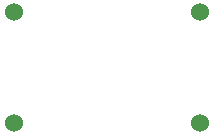
<source format=gtp>
%FSLAX25Y25*%
%MOIN*%
G70*
G01*
G75*
G04 Layer_Color=8421504*
%ADD10C,0.06000*%
%ADD11C,0.01000*%
%ADD12C,0.05000*%
%ADD13R,0.05000X0.05000*%
D10*
X419000Y210000D02*
D03*
Y173000D02*
D03*
X357000D02*
D03*
Y210000D02*
D03*
M02*

</source>
